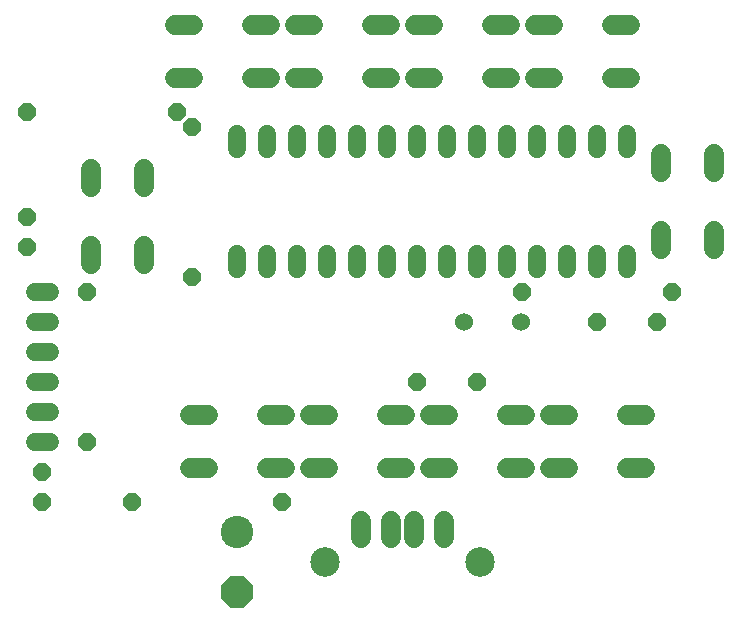
<source format=gts>
G75*
%MOIN*%
%OFA0B0*%
%FSLAX25Y25*%
%IPPOS*%
%LPD*%
%AMOC8*
5,1,8,0,0,1.08239X$1,22.5*
%
%ADD10OC8,0.06000*%
%ADD11C,0.06000*%
%ADD12C,0.06000*%
%ADD13C,0.06800*%
%ADD14C,0.06540*%
%ADD15C,0.09855*%
%ADD16C,0.10800*%
%ADD17OC8,0.10800*%
D10*
X0031000Y0061618D03*
X0031000Y0071618D03*
X0046000Y0081618D03*
X0061000Y0061618D03*
X0111000Y0061618D03*
X0156000Y0101618D03*
X0176000Y0101618D03*
X0191000Y0131618D03*
X0216000Y0121618D03*
X0236000Y0121618D03*
X0241000Y0131618D03*
X0081000Y0136618D03*
X0046000Y0131618D03*
X0026000Y0146618D03*
X0026000Y0156618D03*
X0026000Y0191618D03*
X0076000Y0191618D03*
X0081000Y0186618D03*
D11*
X0096000Y0184218D02*
X0096000Y0179018D01*
X0106000Y0179018D02*
X0106000Y0184218D01*
X0116000Y0184218D02*
X0116000Y0179018D01*
X0126000Y0179018D02*
X0126000Y0184218D01*
X0136000Y0184218D02*
X0136000Y0179018D01*
X0146000Y0179018D02*
X0146000Y0184218D01*
X0156000Y0184218D02*
X0156000Y0179018D01*
X0166000Y0179018D02*
X0166000Y0184218D01*
X0176000Y0184218D02*
X0176000Y0179018D01*
X0186000Y0179018D02*
X0186000Y0184218D01*
X0196000Y0184218D02*
X0196000Y0179018D01*
X0206000Y0179018D02*
X0206000Y0184218D01*
X0216000Y0184218D02*
X0216000Y0179018D01*
X0226000Y0179018D02*
X0226000Y0184218D01*
X0226000Y0144218D02*
X0226000Y0139018D01*
X0216000Y0139018D02*
X0216000Y0144218D01*
X0206000Y0144218D02*
X0206000Y0139018D01*
X0196000Y0139018D02*
X0196000Y0144218D01*
X0186000Y0144218D02*
X0186000Y0139018D01*
X0176000Y0139018D02*
X0176000Y0144218D01*
X0166000Y0144218D02*
X0166000Y0139018D01*
X0156000Y0139018D02*
X0156000Y0144218D01*
X0146000Y0144218D02*
X0146000Y0139018D01*
X0136000Y0139018D02*
X0136000Y0144218D01*
X0126000Y0144218D02*
X0126000Y0139018D01*
X0116000Y0139018D02*
X0116000Y0144218D01*
X0106000Y0144218D02*
X0106000Y0139018D01*
X0096000Y0139018D02*
X0096000Y0144218D01*
X0033600Y0131618D02*
X0028400Y0131618D01*
X0028400Y0121618D02*
X0033600Y0121618D01*
X0033600Y0111618D02*
X0028400Y0111618D01*
X0028400Y0101618D02*
X0033600Y0101618D01*
X0033600Y0091618D02*
X0028400Y0091618D01*
X0028400Y0081618D02*
X0033600Y0081618D01*
D12*
X0171500Y0121618D03*
X0190500Y0121618D03*
D13*
X0191800Y0090518D02*
X0185800Y0090518D01*
X0200200Y0090518D02*
X0206200Y0090518D01*
X0225800Y0090518D02*
X0231800Y0090518D01*
X0231800Y0072718D02*
X0225800Y0072718D01*
X0206200Y0072718D02*
X0200200Y0072718D01*
X0191800Y0072718D02*
X0185800Y0072718D01*
X0166200Y0072718D02*
X0160200Y0072718D01*
X0151800Y0072718D02*
X0145800Y0072718D01*
X0126200Y0072718D02*
X0120200Y0072718D01*
X0111800Y0072718D02*
X0105800Y0072718D01*
X0086200Y0072718D02*
X0080200Y0072718D01*
X0080200Y0090518D02*
X0086200Y0090518D01*
X0105800Y0090518D02*
X0111800Y0090518D01*
X0120200Y0090518D02*
X0126200Y0090518D01*
X0145800Y0090518D02*
X0151800Y0090518D01*
X0160200Y0090518D02*
X0166200Y0090518D01*
X0237100Y0145818D02*
X0237100Y0151818D01*
X0254900Y0151818D02*
X0254900Y0145818D01*
X0254900Y0171418D02*
X0254900Y0177418D01*
X0237100Y0177418D02*
X0237100Y0171418D01*
X0226800Y0202718D02*
X0220800Y0202718D01*
X0220800Y0220518D02*
X0226800Y0220518D01*
X0201200Y0220518D02*
X0195200Y0220518D01*
X0186800Y0220518D02*
X0180800Y0220518D01*
X0180800Y0202718D02*
X0186800Y0202718D01*
X0195200Y0202718D02*
X0201200Y0202718D01*
X0161200Y0202718D02*
X0155200Y0202718D01*
X0146800Y0202718D02*
X0140800Y0202718D01*
X0140800Y0220518D02*
X0146800Y0220518D01*
X0155200Y0220518D02*
X0161200Y0220518D01*
X0121200Y0220518D02*
X0115200Y0220518D01*
X0106800Y0220518D02*
X0100800Y0220518D01*
X0100800Y0202718D02*
X0106800Y0202718D01*
X0115200Y0202718D02*
X0121200Y0202718D01*
X0081200Y0202718D02*
X0075200Y0202718D01*
X0075200Y0220518D02*
X0081200Y0220518D01*
X0064900Y0172418D02*
X0064900Y0166418D01*
X0047100Y0166418D02*
X0047100Y0172418D01*
X0047100Y0146818D02*
X0047100Y0140818D01*
X0064900Y0140818D02*
X0064900Y0146818D01*
D14*
X0137220Y0055157D02*
X0137220Y0049417D01*
X0147063Y0049417D02*
X0147063Y0055157D01*
X0154937Y0055157D02*
X0154937Y0049417D01*
X0164780Y0049417D02*
X0164780Y0055157D01*
D15*
X0176866Y0041618D03*
X0125134Y0041618D03*
D16*
X0096000Y0051618D03*
D17*
X0096000Y0031618D03*
M02*

</source>
